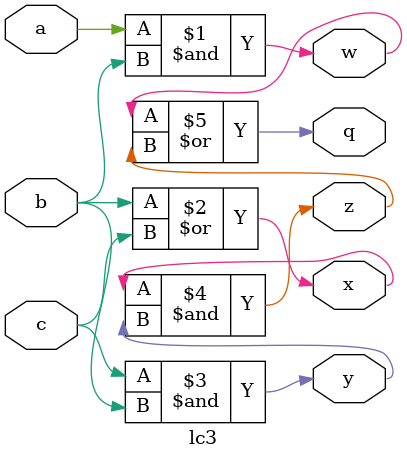
<source format=v>

module lc3(a,b,c,w,x,y,z,q);
input a,b,c ;
output w,x,y,z,q;

and(w,a,b);
or(x,b,c);
and(y,c,b);
and(z,x,y);
or(q,w,z);

endmodule

</source>
